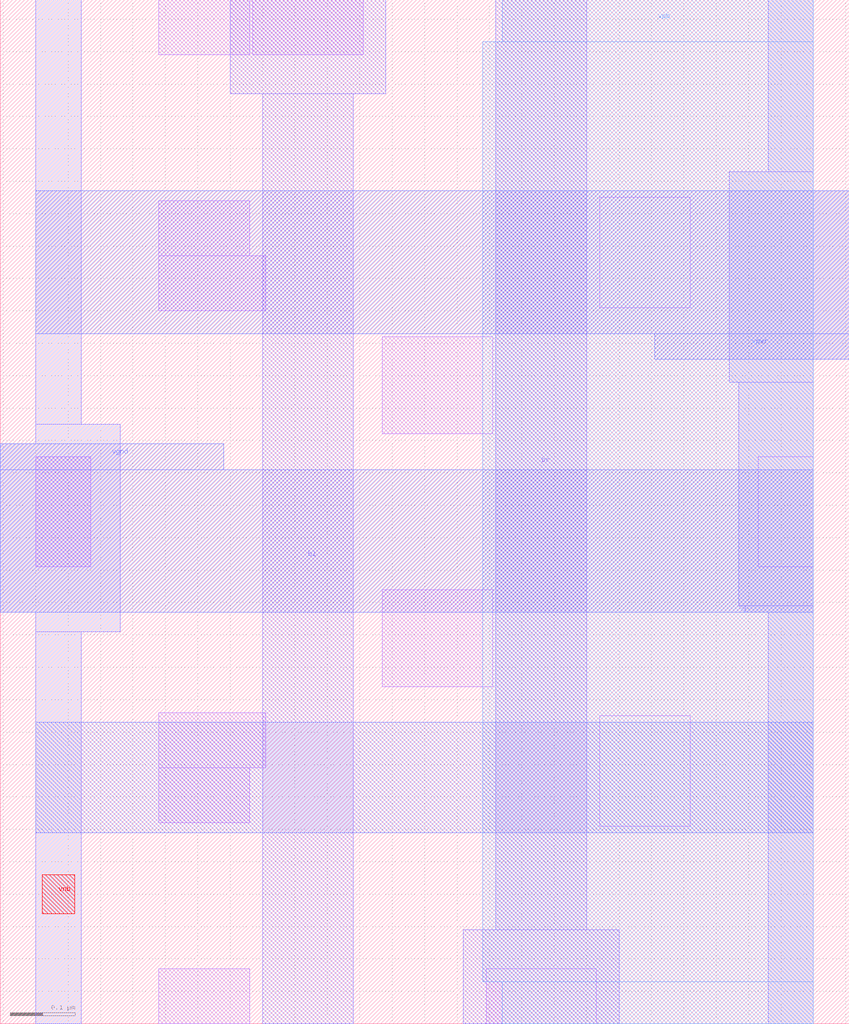
<source format=lef>
# Copyright 2020 The SkyWater PDK Authors
#
# Licensed under the Apache License, Version 2.0 (the "License");
# you may not use this file except in compliance with the License.
# You may obtain a copy of the License at
#
#     https://www.apache.org/licenses/LICENSE-2.0
#
# Unless required by applicable law or agreed to in writing, software
# distributed under the License is distributed on an "AS IS" BASIS,
# WITHOUT WARRANTIES OR CONDITIONS OF ANY KIND, either express or implied.
# See the License for the specific language governing permissions and
# limitations under the License.
#
# SPDX-License-Identifier: Apache-2.0

VERSION 5.7 ;
  NOWIREEXTENSIONATPIN ON ;
  DIVIDERCHAR "/" ;
  BUSBITCHARS "[]" ;
MACRO sky130_fd_bd_sram__sram_sp_cell_opt1
  CLASS BLOCK ;
  FOREIGN sky130_fd_bd_sram__sram_sp_cell_opt1 ;
  ORIGIN  0.055000  0.000000 ;
  SIZE  1.310000 BY  1.580000 ;
  PIN bl
    ANTENNADIFFAREA  0.016800 ;
    PORT
      LAYER met1 ;
        RECT 0.300000 1.435000 0.540000 1.580000 ;
        RECT 0.350000 0.000000 0.490000 1.435000 ;
    END
  END bl
  PIN br
    ANTENNADIFFAREA  0.016800 ;
    PORT
      LAYER met1 ;
        RECT 0.660000 0.000000 0.900000 0.145000 ;
        RECT 0.710000 0.145000 0.850000 1.580000 ;
    END
  END br
  PIN vgnd
    ANTENNADIFFAREA  0.080800 ;
    PORT
      LAYER met2 ;
        RECT -0.055000 0.635000 1.200000 0.855000 ;
        RECT -0.055000 0.855000 0.290000 0.895000 ;
    END
  END vgnd
  PIN vnb
    PORT
      LAYER pwell ;
        RECT 0.010000 0.170000 0.060000 0.230000 ;
    END
  END vnb
  PIN vpb
    PORT
      LAYER nwell ;
        RECT 0.690000 0.065000 1.200000 1.515000 ;
        RECT 0.720000 0.000000 1.200000 0.065000 ;
        RECT 0.720000 1.515000 1.200000 1.580000 ;
    END
  END vpb
  PIN vpwr
    ANTENNADIFFAREA  0.064000 ;
    PORT
      LAYER met2 ;
        RECT 0.000000 1.065000 1.255000 1.285000 ;
        RECT 0.955000 1.025000 1.255000 1.065000 ;
    END
  END vpwr
  OBS
    LAYER li1 ;
      RECT 0.000000 0.705000 0.085000 0.875000 ;
      RECT 0.190000 0.000000 0.330000 0.085000 ;
      RECT 0.190000 0.310000 0.330000 0.395000 ;
      RECT 0.190000 0.395000 0.355000 0.480000 ;
      RECT 0.190000 1.100000 0.355000 1.185000 ;
      RECT 0.190000 1.185000 0.330000 1.270000 ;
      RECT 0.190000 1.495000 0.330000 1.580000 ;
      RECT 0.335000 1.495000 0.505000 1.580000 ;
      RECT 0.535000 0.520000 0.705000 0.670000 ;
      RECT 0.535000 0.910000 0.705000 1.060000 ;
      RECT 0.695000 0.000000 0.865000 0.085000 ;
      RECT 0.870000 0.305000 1.010000 0.475000 ;
      RECT 0.870000 1.105000 1.010000 1.275000 ;
      RECT 1.115000 0.705000 1.200000 0.875000 ;
    LAYER met1 ;
      POLYGON  1.085000 0.645000 1.095000 0.645000 1.095000 0.635000 ;
      RECT -0.055000 0.635000 0.130000 0.895000 ;
      RECT  0.000000 0.000000 0.070000 0.605000 ;
      RECT  0.000000 0.605000 0.130000 0.635000 ;
      RECT  0.000000 0.895000 0.130000 0.925000 ;
      RECT  0.000000 0.925000 0.070000 1.580000 ;
      RECT  1.070000 0.990000 1.200000 1.025000 ;
      RECT  1.070000 1.025000 1.255000 1.285000 ;
      RECT  1.070000 1.285000 1.200000 1.315000 ;
      RECT  1.085000 0.645000 1.200000 0.990000 ;
      RECT  1.095000 0.635000 1.200000 0.645000 ;
      RECT  1.130000 0.000000 1.200000 0.635000 ;
      RECT  1.130000 1.315000 1.200000 1.580000 ;
    LAYER met2 ;
      RECT 0.000000 0.295000 1.200000 0.465000 ;
  END
END sky130_fd_bd_sram__sram_sp_cell_opt1
END LIBRARY

</source>
